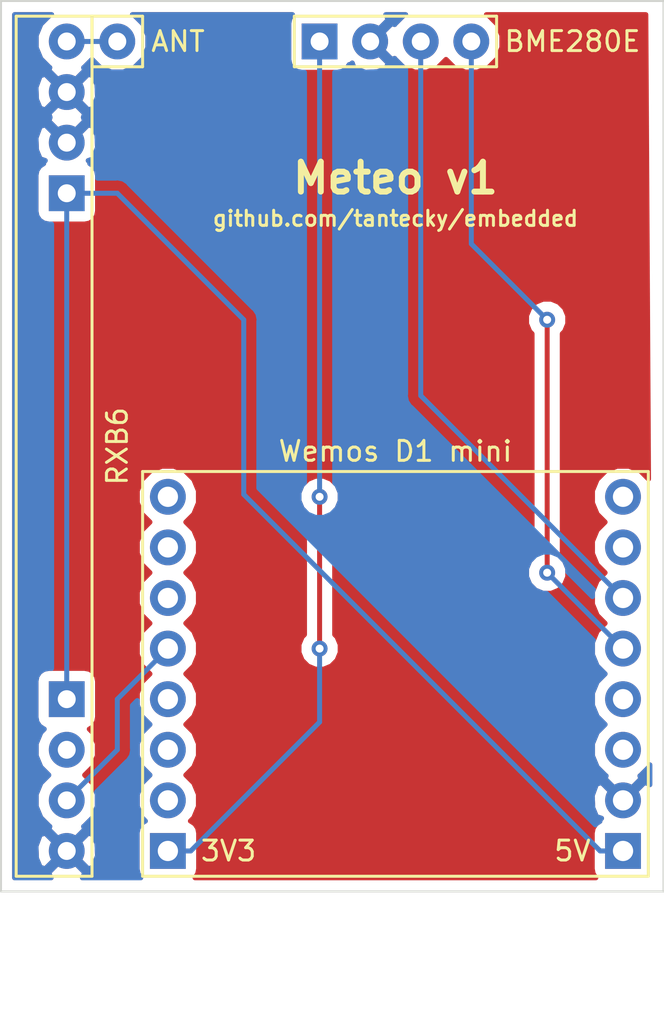
<source format=kicad_pcb>
(kicad_pcb (version 20171130) (host pcbnew 5.0.0-fee4fd1~66~ubuntu16.04.1)

  (general
    (thickness 1.6)
    (drawings 6)
    (tracks 26)
    (zones 0)
    (modules 4)
    (nets 19)
  )

  (page A4)
  (layers
    (0 F.Cu signal)
    (31 B.Cu signal)
    (32 B.Adhes user)
    (33 F.Adhes user)
    (34 B.Paste user)
    (35 F.Paste user)
    (36 B.SilkS user)
    (37 F.SilkS user)
    (38 B.Mask user)
    (39 F.Mask user)
    (40 Dwgs.User user)
    (41 Cmts.User user)
    (42 Eco1.User user)
    (43 Eco2.User user)
    (44 Edge.Cuts user)
    (45 Margin user)
    (46 B.CrtYd user)
    (47 F.CrtYd user)
    (48 B.Fab user)
    (49 F.Fab user hide)
  )

  (setup
    (last_trace_width 0.25)
    (trace_clearance 0.25)
    (zone_clearance 0.508)
    (zone_45_only no)
    (trace_min 0.25)
    (segment_width 0.2)
    (edge_width 0.1)
    (via_size 0.8)
    (via_drill 0.4)
    (via_min_size 0.8)
    (via_min_drill 0.4)
    (uvia_size 0.3)
    (uvia_drill 0.1)
    (uvias_allowed no)
    (uvia_min_size 0.2)
    (uvia_min_drill 0.1)
    (pcb_text_width 0.3)
    (pcb_text_size 1.5 1.5)
    (mod_edge_width 0.15)
    (mod_text_size 1 1)
    (mod_text_width 0.15)
    (pad_size 1.5 1.5)
    (pad_drill 0.6)
    (pad_to_mask_clearance 0)
    (aux_axis_origin 0 0)
    (visible_elements FFFFFF7F)
    (pcbplotparams
      (layerselection 0x010f0_ffffffff)
      (usegerberextensions false)
      (usegerberattributes false)
      (usegerberadvancedattributes false)
      (creategerberjobfile false)
      (excludeedgelayer true)
      (linewidth 0.100000)
      (plotframeref false)
      (viasonmask false)
      (mode 1)
      (useauxorigin false)
      (hpglpennumber 1)
      (hpglpenspeed 20)
      (hpglpendiameter 15.000000)
      (psnegative false)
      (psa4output false)
      (plotreference true)
      (plotvalue true)
      (plotinvisibletext false)
      (padsonsilk false)
      (subtractmaskfromsilk false)
      (outputformat 1)
      (mirror false)
      (drillshape 0)
      (scaleselection 1)
      (outputdirectory "gerbs/"))
  )

  (net 0 "")
  (net 1 "Net-(AE1-Pad1)")
  (net 2 "Net-(U1-Pad9)")
  (net 3 "Net-(U1-Pad10)")
  (net 4 "Net-(U1-Pad11)")
  (net 5 "Net-(U1-Pad12)")
  (net 6 "Net-(U1-Pad13)")
  (net 7 "Net-(U1-Pad14)")
  (net 8 "Net-(U1-Pad15)")
  (net 9 "Net-(U1-Pad16)")
  (net 10 "Net-(U1-Pad1)")
  (net 11 GND)
  (net 12 "Net-(U1-Pad3)")
  (net 13 "Net-(U1-Pad4)")
  (net 14 "Net-(U1-Pad5)")
  (net 15 "Net-(U1-Pad6)")
  (net 16 "Net-(U1-Pad7)")
  (net 17 "Net-(U1-Pad8)")
  (net 18 "Net-(U2-Pad3)")

  (net_class Default "This is the default net class."
    (clearance 0.25)
    (trace_width 0.25)
    (via_dia 0.8)
    (via_drill 0.4)
    (uvia_dia 0.3)
    (uvia_drill 0.1)
    (diff_pair_gap 0.25)
    (diff_pair_width 0.25)
    (add_net GND)
    (add_net "Net-(AE1-Pad1)")
    (add_net "Net-(U1-Pad1)")
    (add_net "Net-(U1-Pad10)")
    (add_net "Net-(U1-Pad11)")
    (add_net "Net-(U1-Pad12)")
    (add_net "Net-(U1-Pad13)")
    (add_net "Net-(U1-Pad14)")
    (add_net "Net-(U1-Pad15)")
    (add_net "Net-(U1-Pad16)")
    (add_net "Net-(U1-Pad3)")
    (add_net "Net-(U1-Pad4)")
    (add_net "Net-(U1-Pad5)")
    (add_net "Net-(U1-Pad6)")
    (add_net "Net-(U1-Pad7)")
    (add_net "Net-(U1-Pad8)")
    (add_net "Net-(U1-Pad9)")
    (add_net "Net-(U2-Pad3)")
  )

  (module meteo:antenna (layer F.Cu) (tedit 5B937070) (tstamp 5BB63F6E)
    (at 139.7 107.95)
    (path /5B937B35)
    (fp_text reference ANT (at 3.048 0) (layer F.SilkS)
      (effects (font (size 1 1) (thickness 0.15)))
    )
    (fp_text value Antenna (at 0 -2.54) (layer F.Fab)
      (effects (font (size 1 1) (thickness 0.15)))
    )
    (fp_line (start -1.27 1.27) (end -1.27 -1.27) (layer F.SilkS) (width 0.15))
    (fp_line (start 1.27 1.27) (end -1.27 1.27) (layer F.SilkS) (width 0.15))
    (fp_line (start 1.27 -1.27) (end 1.27 1.27) (layer F.SilkS) (width 0.15))
    (fp_line (start -1.27 -1.27) (end 1.27 -1.27) (layer F.SilkS) (width 0.15))
    (pad 1 thru_hole circle (at 0 0) (size 1.8 1.8) (drill 0.9) (layers *.Cu *.Mask)
      (net 1 "Net-(AE1-Pad1)"))
  )

  (module meteo:d1 (layer F.Cu) (tedit 5B937491) (tstamp 5B9429C8)
    (at 153.67 140.97)
    (path /5B8F7132)
    (fp_text reference "Wemos D1 mini" (at 0 -12.446) (layer F.SilkS)
      (effects (font (size 1 1) (thickness 0.15)))
    )
    (fp_text value WeMos_mini (at 0 -20.32) (layer F.Fab)
      (effects (font (size 1 1) (thickness 0.15)))
    )
    (fp_text user 3V3 (at -8.382 7.62) (layer F.SilkS)
      (effects (font (size 1 1) (thickness 0.15)))
    )
    (fp_line (start -12.7 8.89) (end 12.7 8.89) (layer F.SilkS) (width 0.15))
    (fp_line (start -12.7 -11.43) (end -12.7 8.89) (layer F.SilkS) (width 0.15))
    (fp_line (start 12.7 -11.43) (end -12.7 -11.43) (layer F.SilkS) (width 0.15))
    (fp_line (start 12.7 8.89) (end 12.7 -11.43) (layer F.SilkS) (width 0.15))
    (fp_text user 5V (at 8.89 7.62) (layer F.SilkS)
      (effects (font (size 1 1) (thickness 0.15)))
    )
    (fp_line (start -10.817472 16.277228) (end -5.00618 16.277228) (layer F.Fab) (width 0.1))
    (fp_line (start 3.849397 16.202736) (end 12.930193 16.176658) (layer F.Fab) (width 0.1))
    (fp_line (start 12.930193 16.176658) (end 12.916195 -14.993493) (layer F.Fab) (width 0.1))
    (fp_line (start -9.607453 -18.162976) (end 9.43046 -18.191734) (layer F.Fab) (width 0.1))
    (fp_line (start -12.751078 -14.091807) (end -12.776026 8.463285) (layer F.Fab) (width 0.1))
    (pad 8 thru_hole circle (at 11.43 -10.16) (size 1.8 1.8) (drill 1.016) (layers *.Cu *.Mask)
      (net 17 "Net-(U1-Pad8)"))
    (pad 7 thru_hole circle (at 11.43 -7.62) (size 1.8 1.8) (drill 1.016) (layers *.Cu *.Mask)
      (net 16 "Net-(U1-Pad7)"))
    (pad 6 thru_hole circle (at 11.43 -5.08) (size 1.8 1.8) (drill 1.016) (layers *.Cu *.Mask)
      (net 15 "Net-(U1-Pad6)"))
    (pad 5 thru_hole circle (at 11.43 -2.54) (size 1.8 1.8) (drill 1.016) (layers *.Cu *.Mask)
      (net 14 "Net-(U1-Pad5)"))
    (pad 4 thru_hole circle (at 11.43 0) (size 1.8 1.8) (drill 1.016) (layers *.Cu *.Mask)
      (net 13 "Net-(U1-Pad4)"))
    (pad 3 thru_hole circle (at 11.43 2.54) (size 1.8 1.8) (drill 1.016) (layers *.Cu *.Mask)
      (net 12 "Net-(U1-Pad3)"))
    (pad 2 thru_hole circle (at 11.43 5.08) (size 1.8 1.8) (drill 1.016) (layers *.Cu *.Mask)
      (net 11 GND))
    (pad 1 thru_hole rect (at 11.43 7.62) (size 1.8 1.8) (drill 1.016) (layers *.Cu *.Mask)
      (net 10 "Net-(U1-Pad1)"))
    (pad 16 thru_hole rect (at -11.43 7.62) (size 1.8 1.8) (drill 1.016) (layers *.Cu *.Mask)
      (net 9 "Net-(U1-Pad16)"))
    (pad 15 thru_hole circle (at -11.43 5.08) (size 1.8 1.8) (drill 1.016) (layers *.Cu *.Mask)
      (net 8 "Net-(U1-Pad15)"))
    (pad 14 thru_hole circle (at -11.43 2.54) (size 1.8 1.8) (drill 1.016) (layers *.Cu *.Mask)
      (net 7 "Net-(U1-Pad14)"))
    (pad 13 thru_hole circle (at -11.43 0) (size 1.8 1.8) (drill 1.016) (layers *.Cu *.Mask)
      (net 6 "Net-(U1-Pad13)"))
    (pad 12 thru_hole circle (at -11.43 -2.54) (size 1.8 1.8) (drill 1.016) (layers *.Cu *.Mask)
      (net 5 "Net-(U1-Pad12)"))
    (pad 11 thru_hole circle (at -11.43 -5.08) (size 1.8 1.8) (drill 1.016) (layers *.Cu *.Mask)
      (net 4 "Net-(U1-Pad11)"))
    (pad 10 thru_hole circle (at -11.43 -7.62) (size 1.8 1.8) (drill 1.016) (layers *.Cu *.Mask)
      (net 3 "Net-(U1-Pad10)"))
    (pad 9 thru_hole circle (at -11.43 -10.16) (size 1.8 1.8) (drill 1.016) (layers *.Cu *.Mask)
      (net 2 "Net-(U1-Pad9)"))
  )

  (module meteo:rxb (layer F.Cu) (tedit 5B937A55) (tstamp 5BB63F9E)
    (at 137.16 128.27 90)
    (path /5B92512B)
    (fp_text reference RXB6 (at 0 2.54 90) (layer F.SilkS)
      (effects (font (size 1 1) (thickness 0.15)))
    )
    (fp_text value rxb (at 0 -5.08 90) (layer F.Fab)
      (effects (font (size 1 1) (thickness 0.15)))
    )
    (fp_line (start 21.59 -2.54) (end -21.59 -2.54) (layer F.SilkS) (width 0.15))
    (fp_line (start 21.59 1.27) (end 21.59 -2.54) (layer F.SilkS) (width 0.15))
    (fp_line (start -21.59 1.27) (end 21.59 1.27) (layer F.SilkS) (width 0.15))
    (fp_line (start -21.59 -2.54) (end -21.59 1.27) (layer F.SilkS) (width 0.15))
    (pad 8 thru_hole circle (at 20.32 0 90) (size 1.8 1.8) (drill 0.9) (layers *.Cu *.Mask)
      (net 1 "Net-(AE1-Pad1)"))
    (pad 7 thru_hole circle (at 17.78 0 90) (size 1.8 1.8) (drill 0.9) (layers *.Cu *.Mask)
      (net 11 GND))
    (pad 6 thru_hole circle (at 15.24 0 90) (size 1.8 1.8) (drill 0.9) (layers *.Cu *.Mask)
      (net 11 GND))
    (pad 5 thru_hole rect (at 12.7 0 90) (size 1.8 1.8) (drill 0.9) (layers *.Cu *.Mask)
      (net 10 "Net-(U1-Pad1)"))
    (pad 4 thru_hole rect (at -12.7 0 90) (size 1.8 1.8) (drill 0.9) (layers *.Cu *.Mask)
      (net 10 "Net-(U1-Pad1)"))
    (pad 3 thru_hole circle (at -15.24 0 90) (size 1.8 1.8) (drill 0.9) (layers *.Cu *.Mask)
      (net 18 "Net-(U2-Pad3)"))
    (pad 2 thru_hole circle (at -17.78 0 90) (size 1.8 1.8) (drill 0.9) (layers *.Cu *.Mask)
      (net 5 "Net-(U1-Pad12)"))
    (pad 1 thru_hole circle (at -20.32 0 90) (size 1.8 1.8) (drill 0.9) (layers *.Cu *.Mask)
      (net 11 GND))
  )

  (module meteo:bme280pcb (layer F.Cu) (tedit 5B941DC7) (tstamp 5BB64121)
    (at 153.67 107.95)
    (path /5B93D7F1)
    (fp_text reference BME280E (at 8.89 0) (layer F.SilkS)
      (effects (font (size 1 1) (thickness 0.15)))
    )
    (fp_text value bme280pbc (at 0 -2.54) (layer F.Fab)
      (effects (font (size 1 1) (thickness 0.15)))
    )
    (fp_line (start -5.08 -1.27) (end 5.08 -1.27) (layer F.SilkS) (width 0.15))
    (fp_line (start 5.08 -1.27) (end 5.08 1.27) (layer F.SilkS) (width 0.15))
    (fp_line (start 5.08 1.27) (end -5.08 1.27) (layer F.SilkS) (width 0.15))
    (fp_line (start -5.08 1.27) (end -5.08 -1.27) (layer F.SilkS) (width 0.15))
    (pad 4 thru_hole circle (at 3.81 0) (size 1.8 1.8) (drill 0.9) (layers *.Cu *.Mask)
      (net 14 "Net-(U1-Pad5)"))
    (pad 3 thru_hole circle (at 1.27 0) (size 1.8 1.8) (drill 0.9) (layers *.Cu *.Mask)
      (net 15 "Net-(U1-Pad6)"))
    (pad 2 thru_hole circle (at -1.27 0) (size 1.8 1.8) (drill 0.9) (layers *.Cu *.Mask)
      (net 11 GND))
    (pad 1 thru_hole rect (at -3.81 0) (size 1.8 1.8) (drill 0.9) (layers *.Cu *.Mask)
      (net 9 "Net-(U1-Pad16)"))
  )

  (gr_text github.com/tantecky/embedded (at 153.67 116.84) (layer F.SilkS) (tstamp 5B942A34)
    (effects (font (size 0.76 0.76) (thickness 0.15)))
  )
  (gr_text "Meteo v1" (at 153.67 114.808) (layer F.SilkS) (tstamp 5BB64D63)
    (effects (font (size 1.5 1.5) (thickness 0.3)))
  )
  (gr_line (start 133.858 105.918) (end 133.858 150.622) (layer Edge.Cuts) (width 0.1))
  (gr_line (start 167.132 105.918) (end 133.858 105.918) (layer Edge.Cuts) (width 0.1) (tstamp 5B941EBA))
  (gr_line (start 167.132 150.622) (end 167.132 105.918) (layer Edge.Cuts) (width 0.1) (tstamp 5B941DE1))
  (gr_line (start 133.858 150.622) (end 167.132 150.622) (layer Edge.Cuts) (width 0.1))

  (segment (start 137.16 107.95) (end 139.7 107.95) (width 0.25) (layer B.Cu) (net 1))
  (segment (start 139.7 140.97) (end 142.24 138.43) (width 0.25) (layer B.Cu) (net 5))
  (segment (start 139.7 143.51) (end 139.7 140.97) (width 0.25) (layer B.Cu) (net 5))
  (segment (start 137.16 146.05) (end 139.7 143.51) (width 0.25) (layer B.Cu) (net 5))
  (via (at 149.86 138.43) (size 0.8) (drill 0.4) (layers F.Cu B.Cu) (net 9))
  (segment (start 149.86 142.12) (end 149.86 138.43) (width 0.25) (layer B.Cu) (net 9))
  (segment (start 143.39 148.59) (end 149.86 142.12) (width 0.25) (layer B.Cu) (net 9))
  (segment (start 142.24 148.59) (end 143.39 148.59) (width 0.25) (layer B.Cu) (net 9))
  (segment (start 149.86 138.43) (end 149.86 130.81) (width 0.25) (layer F.Cu) (net 9))
  (segment (start 149.86 130.81) (end 149.86 130.81) (width 0.25) (layer F.Cu) (net 9) (tstamp 5B94A619))
  (via (at 149.86 130.81) (size 0.8) (drill 0.4) (layers F.Cu B.Cu) (net 9))
  (segment (start 149.86 107.95) (end 149.86 130.81) (width 0.25) (layer B.Cu) (net 9))
  (segment (start 137.16 140.97) (end 137.16 115.57) (width 0.25) (layer B.Cu) (net 10))
  (segment (start 165.1 148.59) (end 163.95 148.59) (width 0.25) (layer B.Cu) (net 10))
  (segment (start 163.95 148.59) (end 146.05 130.69) (width 0.25) (layer B.Cu) (net 10))
  (segment (start 146.05 130.69) (end 146.05 121.92) (width 0.25) (layer B.Cu) (net 10))
  (segment (start 139.7 115.57) (end 137.16 115.57) (width 0.25) (layer B.Cu) (net 10))
  (segment (start 146.05 121.92) (end 139.7 115.57) (width 0.25) (layer B.Cu) (net 10))
  (segment (start 165.1 138.43) (end 161.29 134.62) (width 0.25) (layer B.Cu) (net 14))
  (via (at 161.29 134.62) (size 0.8) (drill 0.4) (layers F.Cu B.Cu) (net 14))
  (segment (start 161.29 134.62) (end 161.29 121.92) (width 0.25) (layer F.Cu) (net 14))
  (segment (start 157.48 118.11) (end 157.48 107.95) (width 0.25) (layer B.Cu) (net 14))
  (segment (start 161.29 121.92) (end 157.48 118.11) (width 0.25) (layer B.Cu) (net 14))
  (via (at 161.29 121.92) (size 0.8) (drill 0.4) (layers F.Cu B.Cu) (net 14))
  (segment (start 154.94 125.73) (end 154.94 107.95) (width 0.25) (layer B.Cu) (net 15))
  (segment (start 165.1 135.89) (end 154.94 125.73) (width 0.25) (layer B.Cu) (net 15))

  (zone (net 11) (net_name GND) (layer B.Cu) (tstamp 5B94BDA2) (hatch edge 0.508)
    (connect_pads (clearance 0.508))
    (min_thickness 0.254)
    (fill yes (arc_segments 16) (thermal_gap 0.508) (thermal_bridge_width 0.508))
    (polygon
      (pts
        (xy 166.624 150.114) (xy 166.37 106.426) (xy 134.366 106.426) (xy 134.366 150.114)
      )
    )
    (filled_polygon
      (pts
        (xy 136.290493 106.64869) (xy 135.85869 107.080493) (xy 135.625 107.64467) (xy 135.625 108.25533) (xy 135.85869 108.819507)
        (xy 136.290493 109.25131) (xy 136.310115 109.259438) (xy 136.259446 109.409841) (xy 137.16 110.310395) (xy 138.060554 109.409841)
        (xy 138.009885 109.259438) (xy 138.029507 109.25131) (xy 138.43 108.850817) (xy 138.830493 109.25131) (xy 139.39467 109.485)
        (xy 140.00533 109.485) (xy 140.569507 109.25131) (xy 141.00131 108.819507) (xy 141.235 108.25533) (xy 141.235 107.64467)
        (xy 141.00131 107.080493) (xy 140.569507 106.64869) (xy 140.459202 106.603) (xy 148.494969 106.603) (xy 148.361843 106.802235)
        (xy 148.31256 107.05) (xy 148.31256 108.85) (xy 148.361843 109.097765) (xy 148.502191 109.307809) (xy 148.712235 109.448157)
        (xy 148.96 109.49744) (xy 149.1 109.49744) (xy 149.100001 130.106288) (xy 148.982569 130.22372) (xy 148.825 130.604126)
        (xy 148.825 131.015874) (xy 148.982569 131.39628) (xy 149.27372 131.687431) (xy 149.654126 131.845) (xy 150.065874 131.845)
        (xy 150.44628 131.687431) (xy 150.737431 131.39628) (xy 150.895 131.015874) (xy 150.895 130.604126) (xy 150.737431 130.22372)
        (xy 150.62 130.106289) (xy 150.62 109.49744) (xy 150.76 109.49744) (xy 151.007765 109.448157) (xy 151.217809 109.307809)
        (xy 151.350058 109.109886) (xy 151.38489 109.144718) (xy 151.499447 109.030161) (xy 151.585852 109.286643) (xy 152.159336 109.496458)
        (xy 152.76946 109.470839) (xy 153.214148 109.286643) (xy 153.300554 109.030159) (xy 152.4 108.129605) (xy 152.385858 108.143748)
        (xy 152.206253 107.964143) (xy 152.220395 107.95) (xy 152.206253 107.935858) (xy 152.385858 107.756253) (xy 152.4 107.770395)
        (xy 153.300554 106.869841) (xy 153.214148 106.613357) (xy 153.185839 106.603) (xy 154.180798 106.603) (xy 154.070493 106.64869)
        (xy 153.63869 107.080493) (xy 153.630562 107.100115) (xy 153.480159 107.049446) (xy 152.579605 107.95) (xy 153.480159 108.850554)
        (xy 153.630562 108.799885) (xy 153.63869 108.819507) (xy 154.070493 109.25131) (xy 154.180001 109.29667) (xy 154.18 125.655153)
        (xy 154.165112 125.73) (xy 154.18 125.804847) (xy 154.18 125.804851) (xy 154.224096 126.026536) (xy 154.392071 126.277929)
        (xy 154.45553 126.320331) (xy 163.61036 135.475162) (xy 163.565 135.58467) (xy 163.565 135.820199) (xy 162.325 134.580199)
        (xy 162.325 134.414126) (xy 162.167431 134.03372) (xy 161.87628 133.742569) (xy 161.495874 133.585) (xy 161.084126 133.585)
        (xy 160.70372 133.742569) (xy 160.412569 134.03372) (xy 160.255 134.414126) (xy 160.255 134.825874) (xy 160.412569 135.20628)
        (xy 160.70372 135.497431) (xy 161.084126 135.655) (xy 161.250199 135.655) (xy 163.61036 138.015162) (xy 163.565 138.12467)
        (xy 163.565 138.73533) (xy 163.79869 139.299507) (xy 164.199183 139.7) (xy 163.79869 140.100493) (xy 163.565 140.66467)
        (xy 163.565 141.27533) (xy 163.79869 141.839507) (xy 164.199183 142.24) (xy 163.79869 142.640493) (xy 163.565 143.20467)
        (xy 163.565 143.81533) (xy 163.79869 144.379507) (xy 164.230493 144.81131) (xy 164.250115 144.819438) (xy 164.199446 144.969841)
        (xy 165.1 145.870395) (xy 166.000554 144.969841) (xy 165.949885 144.819438) (xy 165.969507 144.81131) (xy 166.40131 144.379507)
        (xy 166.447 144.269201) (xy 166.447 145.260856) (xy 166.436643 145.235852) (xy 166.180159 145.149446) (xy 165.279605 146.05)
        (xy 165.293748 146.064143) (xy 165.114143 146.243748) (xy 165.1 146.229605) (xy 165.085858 146.243748) (xy 164.906253 146.064143)
        (xy 164.920395 146.05) (xy 164.019841 145.149446) (xy 163.763357 145.235852) (xy 163.553542 145.809336) (xy 163.579161 146.41946)
        (xy 163.763357 146.864148) (xy 164.019839 146.950553) (xy 163.905282 147.06511) (xy 163.940114 147.099942) (xy 163.742191 147.232191)
        (xy 163.712071 147.277269) (xy 146.81 130.375199) (xy 146.81 121.994846) (xy 146.824888 121.919999) (xy 146.81 121.845152)
        (xy 146.81 121.845148) (xy 146.765904 121.623463) (xy 146.597929 121.372071) (xy 146.534473 121.329671) (xy 140.290331 115.08553)
        (xy 140.247929 115.022071) (xy 139.996537 114.854096) (xy 139.774852 114.81) (xy 139.774847 114.81) (xy 139.7 114.795112)
        (xy 139.625153 114.81) (xy 138.70744 114.81) (xy 138.70744 114.67) (xy 138.658157 114.422235) (xy 138.517809 114.212191)
        (xy 138.319886 114.079942) (xy 138.354718 114.04511) (xy 138.240161 113.930553) (xy 138.496643 113.844148) (xy 138.706458 113.270664)
        (xy 138.680839 112.66054) (xy 138.496643 112.215852) (xy 138.240159 112.129446) (xy 137.339605 113.03) (xy 137.353748 113.044143)
        (xy 137.174143 113.223748) (xy 137.16 113.209605) (xy 137.145858 113.223748) (xy 136.966253 113.044143) (xy 136.980395 113.03)
        (xy 136.079841 112.129446) (xy 135.823357 112.215852) (xy 135.613542 112.789336) (xy 135.639161 113.39946) (xy 135.823357 113.844148)
        (xy 136.079839 113.930553) (xy 135.965282 114.04511) (xy 136.000114 114.079942) (xy 135.802191 114.212191) (xy 135.661843 114.422235)
        (xy 135.61256 114.67) (xy 135.61256 116.47) (xy 135.661843 116.717765) (xy 135.802191 116.927809) (xy 136.012235 117.068157)
        (xy 136.26 117.11744) (xy 136.400001 117.11744) (xy 136.4 139.42256) (xy 136.26 139.42256) (xy 136.012235 139.471843)
        (xy 135.802191 139.612191) (xy 135.661843 139.822235) (xy 135.61256 140.07) (xy 135.61256 141.87) (xy 135.661843 142.117765)
        (xy 135.802191 142.327809) (xy 136.012235 142.468157) (xy 136.027908 142.471275) (xy 135.85869 142.640493) (xy 135.625 143.20467)
        (xy 135.625 143.81533) (xy 135.85869 144.379507) (xy 136.259183 144.78) (xy 135.85869 145.180493) (xy 135.625 145.74467)
        (xy 135.625 146.35533) (xy 135.85869 146.919507) (xy 136.290493 147.35131) (xy 136.310115 147.359438) (xy 136.259446 147.509841)
        (xy 137.16 148.410395) (xy 138.060554 147.509841) (xy 138.009885 147.359438) (xy 138.029507 147.35131) (xy 138.46131 146.919507)
        (xy 138.695 146.35533) (xy 138.695 145.74467) (xy 138.64964 145.635162) (xy 140.184476 144.100327) (xy 140.247929 144.057929)
        (xy 140.290327 143.994476) (xy 140.290329 143.994474) (xy 140.374102 143.869098) (xy 140.415904 143.806537) (xy 140.46 143.584852)
        (xy 140.46 143.584848) (xy 140.474888 143.510001) (xy 140.46 143.435154) (xy 140.46 141.284801) (xy 140.705 141.039801)
        (xy 140.705 141.27533) (xy 140.93869 141.839507) (xy 141.339183 142.24) (xy 140.93869 142.640493) (xy 140.705 143.20467)
        (xy 140.705 143.81533) (xy 140.93869 144.379507) (xy 141.339183 144.78) (xy 140.93869 145.180493) (xy 140.705 145.74467)
        (xy 140.705 146.35533) (xy 140.93869 146.919507) (xy 141.107908 147.088725) (xy 141.092235 147.091843) (xy 140.882191 147.232191)
        (xy 140.741843 147.442235) (xy 140.69256 147.69) (xy 140.69256 149.49) (xy 140.741843 149.737765) (xy 140.874969 149.937)
        (xy 137.949144 149.937) (xy 137.974148 149.926643) (xy 138.060554 149.670159) (xy 137.16 148.769605) (xy 136.259446 149.670159)
        (xy 136.345852 149.926643) (xy 136.374161 149.937) (xy 134.543 149.937) (xy 134.543 148.349336) (xy 135.613542 148.349336)
        (xy 135.639161 148.95946) (xy 135.823357 149.404148) (xy 136.079841 149.490554) (xy 136.980395 148.59) (xy 137.339605 148.59)
        (xy 138.240159 149.490554) (xy 138.496643 149.404148) (xy 138.706458 148.830664) (xy 138.680839 148.22054) (xy 138.496643 147.775852)
        (xy 138.240159 147.689446) (xy 137.339605 148.59) (xy 136.980395 148.59) (xy 136.079841 147.689446) (xy 135.823357 147.775852)
        (xy 135.613542 148.349336) (xy 134.543 148.349336) (xy 134.543 111.570159) (xy 136.259446 111.570159) (xy 136.323401 111.76)
        (xy 136.259446 111.949841) (xy 137.16 112.850395) (xy 138.060554 111.949841) (xy 137.996599 111.76) (xy 138.060554 111.570159)
        (xy 137.16 110.669605) (xy 136.259446 111.570159) (xy 134.543 111.570159) (xy 134.543 110.249336) (xy 135.613542 110.249336)
        (xy 135.639161 110.85946) (xy 135.823357 111.304148) (xy 136.079841 111.390554) (xy 136.980395 110.49) (xy 137.339605 110.49)
        (xy 138.240159 111.390554) (xy 138.496643 111.304148) (xy 138.706458 110.730664) (xy 138.680839 110.12054) (xy 138.496643 109.675852)
        (xy 138.240159 109.589446) (xy 137.339605 110.49) (xy 136.980395 110.49) (xy 136.079841 109.589446) (xy 135.823357 109.675852)
        (xy 135.613542 110.249336) (xy 134.543 110.249336) (xy 134.543 106.603) (xy 136.400798 106.603)
      )
    )
  )
  (zone (net 11) (net_name GND) (layer F.Cu) (tstamp 5B94BD9F) (hatch edge 0.508)
    (connect_pads (clearance 0.508))
    (min_thickness 0.254)
    (fill yes (arc_segments 16) (thermal_gap 0.508) (thermal_bridge_width 0.508))
    (polygon
      (pts
        (xy 166.624 150.114) (xy 166.37 106.426) (xy 134.366 106.426) (xy 134.366 150.114)
      )
    )
    (filled_polygon
      (pts
        (xy 136.290493 106.64869) (xy 135.85869 107.080493) (xy 135.625 107.64467) (xy 135.625 108.25533) (xy 135.85869 108.819507)
        (xy 136.290493 109.25131) (xy 136.310115 109.259438) (xy 136.259446 109.409841) (xy 137.16 110.310395) (xy 138.060554 109.409841)
        (xy 138.009885 109.259438) (xy 138.029507 109.25131) (xy 138.43 108.850817) (xy 138.830493 109.25131) (xy 139.39467 109.485)
        (xy 140.00533 109.485) (xy 140.569507 109.25131) (xy 141.00131 108.819507) (xy 141.235 108.25533) (xy 141.235 107.64467)
        (xy 141.00131 107.080493) (xy 140.569507 106.64869) (xy 140.459202 106.603) (xy 148.494969 106.603) (xy 148.361843 106.802235)
        (xy 148.31256 107.05) (xy 148.31256 108.85) (xy 148.361843 109.097765) (xy 148.502191 109.307809) (xy 148.712235 109.448157)
        (xy 148.96 109.49744) (xy 150.76 109.49744) (xy 151.007765 109.448157) (xy 151.217809 109.307809) (xy 151.350058 109.109886)
        (xy 151.38489 109.144718) (xy 151.499447 109.030161) (xy 151.585852 109.286643) (xy 152.159336 109.496458) (xy 152.76946 109.470839)
        (xy 153.214148 109.286643) (xy 153.300554 109.030159) (xy 152.4 108.129605) (xy 152.385858 108.143748) (xy 152.206253 107.964143)
        (xy 152.220395 107.95) (xy 152.206253 107.935858) (xy 152.385858 107.756253) (xy 152.4 107.770395) (xy 153.300554 106.869841)
        (xy 153.214148 106.613357) (xy 153.185839 106.603) (xy 154.180798 106.603) (xy 154.070493 106.64869) (xy 153.63869 107.080493)
        (xy 153.630562 107.100115) (xy 153.480159 107.049446) (xy 152.579605 107.95) (xy 153.480159 108.850554) (xy 153.630562 108.799885)
        (xy 153.63869 108.819507) (xy 154.070493 109.25131) (xy 154.63467 109.485) (xy 155.24533 109.485) (xy 155.809507 109.25131)
        (xy 156.21 108.850817) (xy 156.610493 109.25131) (xy 157.17467 109.485) (xy 157.78533 109.485) (xy 158.349507 109.25131)
        (xy 158.78131 108.819507) (xy 159.015 108.25533) (xy 159.015 107.64467) (xy 158.78131 107.080493) (xy 158.349507 106.64869)
        (xy 158.239202 106.603) (xy 166.244027 106.603) (xy 166.379583 129.918766) (xy 165.969507 129.50869) (xy 165.40533 129.275)
        (xy 164.79467 129.275) (xy 164.230493 129.50869) (xy 163.79869 129.940493) (xy 163.565 130.50467) (xy 163.565 131.11533)
        (xy 163.79869 131.679507) (xy 164.199183 132.08) (xy 163.79869 132.480493) (xy 163.565 133.04467) (xy 163.565 133.65533)
        (xy 163.79869 134.219507) (xy 164.199183 134.62) (xy 163.79869 135.020493) (xy 163.565 135.58467) (xy 163.565 136.19533)
        (xy 163.79869 136.759507) (xy 164.199183 137.16) (xy 163.79869 137.560493) (xy 163.565 138.12467) (xy 163.565 138.73533)
        (xy 163.79869 139.299507) (xy 164.199183 139.7) (xy 163.79869 140.100493) (xy 163.565 140.66467) (xy 163.565 141.27533)
        (xy 163.79869 141.839507) (xy 164.199183 142.24) (xy 163.79869 142.640493) (xy 163.565 143.20467) (xy 163.565 143.81533)
        (xy 163.79869 144.379507) (xy 164.230493 144.81131) (xy 164.250115 144.819438) (xy 164.199446 144.969841) (xy 165.1 145.870395)
        (xy 166.000554 144.969841) (xy 165.949885 144.819438) (xy 165.969507 144.81131) (xy 166.40131 144.379507) (xy 166.447 144.269201)
        (xy 166.447 145.260856) (xy 166.436643 145.235852) (xy 166.180159 145.149446) (xy 165.279605 146.05) (xy 165.293748 146.064143)
        (xy 165.114143 146.243748) (xy 165.1 146.229605) (xy 165.085858 146.243748) (xy 164.906253 146.064143) (xy 164.920395 146.05)
        (xy 164.019841 145.149446) (xy 163.763357 145.235852) (xy 163.553542 145.809336) (xy 163.579161 146.41946) (xy 163.763357 146.864148)
        (xy 164.019839 146.950553) (xy 163.905282 147.06511) (xy 163.940114 147.099942) (xy 163.742191 147.232191) (xy 163.601843 147.442235)
        (xy 163.55256 147.69) (xy 163.55256 149.49) (xy 163.601843 149.737765) (xy 163.734969 149.937) (xy 143.605031 149.937)
        (xy 143.738157 149.737765) (xy 143.78744 149.49) (xy 143.78744 147.69) (xy 143.738157 147.442235) (xy 143.597809 147.232191)
        (xy 143.387765 147.091843) (xy 143.372092 147.088725) (xy 143.54131 146.919507) (xy 143.775 146.35533) (xy 143.775 145.74467)
        (xy 143.54131 145.180493) (xy 143.140817 144.78) (xy 143.54131 144.379507) (xy 143.775 143.81533) (xy 143.775 143.20467)
        (xy 143.54131 142.640493) (xy 143.140817 142.24) (xy 143.54131 141.839507) (xy 143.775 141.27533) (xy 143.775 140.66467)
        (xy 143.54131 140.100493) (xy 143.140817 139.7) (xy 143.54131 139.299507) (xy 143.775 138.73533) (xy 143.775 138.12467)
        (xy 143.54131 137.560493) (xy 143.140817 137.16) (xy 143.54131 136.759507) (xy 143.775 136.19533) (xy 143.775 135.58467)
        (xy 143.54131 135.020493) (xy 143.140817 134.62) (xy 143.54131 134.219507) (xy 143.775 133.65533) (xy 143.775 133.04467)
        (xy 143.54131 132.480493) (xy 143.140817 132.08) (xy 143.54131 131.679507) (xy 143.775 131.11533) (xy 143.775 130.604126)
        (xy 148.825 130.604126) (xy 148.825 131.015874) (xy 148.982569 131.39628) (xy 149.100001 131.513712) (xy 149.1 137.726289)
        (xy 148.982569 137.84372) (xy 148.825 138.224126) (xy 148.825 138.635874) (xy 148.982569 139.01628) (xy 149.27372 139.307431)
        (xy 149.654126 139.465) (xy 150.065874 139.465) (xy 150.44628 139.307431) (xy 150.737431 139.01628) (xy 150.895 138.635874)
        (xy 150.895 138.224126) (xy 150.737431 137.84372) (xy 150.62 137.726289) (xy 150.62 131.513711) (xy 150.737431 131.39628)
        (xy 150.895 131.015874) (xy 150.895 130.604126) (xy 150.737431 130.22372) (xy 150.44628 129.932569) (xy 150.065874 129.775)
        (xy 149.654126 129.775) (xy 149.27372 129.932569) (xy 148.982569 130.22372) (xy 148.825 130.604126) (xy 143.775 130.604126)
        (xy 143.775 130.50467) (xy 143.54131 129.940493) (xy 143.109507 129.50869) (xy 142.54533 129.275) (xy 141.93467 129.275)
        (xy 141.370493 129.50869) (xy 140.93869 129.940493) (xy 140.705 130.50467) (xy 140.705 131.11533) (xy 140.93869 131.679507)
        (xy 141.339183 132.08) (xy 140.93869 132.480493) (xy 140.705 133.04467) (xy 140.705 133.65533) (xy 140.93869 134.219507)
        (xy 141.339183 134.62) (xy 140.93869 135.020493) (xy 140.705 135.58467) (xy 140.705 136.19533) (xy 140.93869 136.759507)
        (xy 141.339183 137.16) (xy 140.93869 137.560493) (xy 140.705 138.12467) (xy 140.705 138.73533) (xy 140.93869 139.299507)
        (xy 141.339183 139.7) (xy 140.93869 140.100493) (xy 140.705 140.66467) (xy 140.705 141.27533) (xy 140.93869 141.839507)
        (xy 141.339183 142.24) (xy 140.93869 142.640493) (xy 140.705 143.20467) (xy 140.705 143.81533) (xy 140.93869 144.379507)
        (xy 141.339183 144.78) (xy 140.93869 145.180493) (xy 140.705 145.74467) (xy 140.705 146.35533) (xy 140.93869 146.919507)
        (xy 141.107908 147.088725) (xy 141.092235 147.091843) (xy 140.882191 147.232191) (xy 140.741843 147.442235) (xy 140.69256 147.69)
        (xy 140.69256 149.49) (xy 140.741843 149.737765) (xy 140.874969 149.937) (xy 137.949144 149.937) (xy 137.974148 149.926643)
        (xy 138.060554 149.670159) (xy 137.16 148.769605) (xy 136.259446 149.670159) (xy 136.345852 149.926643) (xy 136.374161 149.937)
        (xy 134.543 149.937) (xy 134.543 148.349336) (xy 135.613542 148.349336) (xy 135.639161 148.95946) (xy 135.823357 149.404148)
        (xy 136.079841 149.490554) (xy 136.980395 148.59) (xy 137.339605 148.59) (xy 138.240159 149.490554) (xy 138.496643 149.404148)
        (xy 138.706458 148.830664) (xy 138.680839 148.22054) (xy 138.496643 147.775852) (xy 138.240159 147.689446) (xy 137.339605 148.59)
        (xy 136.980395 148.59) (xy 136.079841 147.689446) (xy 135.823357 147.775852) (xy 135.613542 148.349336) (xy 134.543 148.349336)
        (xy 134.543 140.07) (xy 135.61256 140.07) (xy 135.61256 141.87) (xy 135.661843 142.117765) (xy 135.802191 142.327809)
        (xy 136.012235 142.468157) (xy 136.027908 142.471275) (xy 135.85869 142.640493) (xy 135.625 143.20467) (xy 135.625 143.81533)
        (xy 135.85869 144.379507) (xy 136.259183 144.78) (xy 135.85869 145.180493) (xy 135.625 145.74467) (xy 135.625 146.35533)
        (xy 135.85869 146.919507) (xy 136.290493 147.35131) (xy 136.310115 147.359438) (xy 136.259446 147.509841) (xy 137.16 148.410395)
        (xy 138.060554 147.509841) (xy 138.009885 147.359438) (xy 138.029507 147.35131) (xy 138.46131 146.919507) (xy 138.695 146.35533)
        (xy 138.695 145.74467) (xy 138.46131 145.180493) (xy 138.060817 144.78) (xy 138.46131 144.379507) (xy 138.695 143.81533)
        (xy 138.695 143.20467) (xy 138.46131 142.640493) (xy 138.292092 142.471275) (xy 138.307765 142.468157) (xy 138.517809 142.327809)
        (xy 138.658157 142.117765) (xy 138.70744 141.87) (xy 138.70744 140.07) (xy 138.658157 139.822235) (xy 138.517809 139.612191)
        (xy 138.307765 139.471843) (xy 138.06 139.42256) (xy 136.26 139.42256) (xy 136.012235 139.471843) (xy 135.802191 139.612191)
        (xy 135.661843 139.822235) (xy 135.61256 140.07) (xy 134.543 140.07) (xy 134.543 121.714126) (xy 160.255 121.714126)
        (xy 160.255 122.125874) (xy 160.412569 122.50628) (xy 160.530001 122.623712) (xy 160.53 133.916289) (xy 160.412569 134.03372)
        (xy 160.255 134.414126) (xy 160.255 134.825874) (xy 160.412569 135.20628) (xy 160.70372 135.497431) (xy 161.084126 135.655)
        (xy 161.495874 135.655) (xy 161.87628 135.497431) (xy 162.167431 135.20628) (xy 162.325 134.825874) (xy 162.325 134.414126)
        (xy 162.167431 134.03372) (xy 162.05 133.916289) (xy 162.05 122.623711) (xy 162.167431 122.50628) (xy 162.325 122.125874)
        (xy 162.325 121.714126) (xy 162.167431 121.33372) (xy 161.87628 121.042569) (xy 161.495874 120.885) (xy 161.084126 120.885)
        (xy 160.70372 121.042569) (xy 160.412569 121.33372) (xy 160.255 121.714126) (xy 134.543 121.714126) (xy 134.543 114.67)
        (xy 135.61256 114.67) (xy 135.61256 116.47) (xy 135.661843 116.717765) (xy 135.802191 116.927809) (xy 136.012235 117.068157)
        (xy 136.26 117.11744) (xy 138.06 117.11744) (xy 138.307765 117.068157) (xy 138.517809 116.927809) (xy 138.658157 116.717765)
        (xy 138.70744 116.47) (xy 138.70744 114.67) (xy 138.658157 114.422235) (xy 138.517809 114.212191) (xy 138.319886 114.079942)
        (xy 138.354718 114.04511) (xy 138.240161 113.930553) (xy 138.496643 113.844148) (xy 138.706458 113.270664) (xy 138.680839 112.66054)
        (xy 138.496643 112.215852) (xy 138.240159 112.129446) (xy 137.339605 113.03) (xy 137.353748 113.044143) (xy 137.174143 113.223748)
        (xy 137.16 113.209605) (xy 137.145858 113.223748) (xy 136.966253 113.044143) (xy 136.980395 113.03) (xy 136.079841 112.129446)
        (xy 135.823357 112.215852) (xy 135.613542 112.789336) (xy 135.639161 113.39946) (xy 135.823357 113.844148) (xy 136.079839 113.930553)
        (xy 135.965282 114.04511) (xy 136.000114 114.079942) (xy 135.802191 114.212191) (xy 135.661843 114.422235) (xy 135.61256 114.67)
        (xy 134.543 114.67) (xy 134.543 111.570159) (xy 136.259446 111.570159) (xy 136.323401 111.76) (xy 136.259446 111.949841)
        (xy 137.16 112.850395) (xy 138.060554 111.949841) (xy 137.996599 111.76) (xy 138.060554 111.570159) (xy 137.16 110.669605)
        (xy 136.259446 111.570159) (xy 134.543 111.570159) (xy 134.543 110.249336) (xy 135.613542 110.249336) (xy 135.639161 110.85946)
        (xy 135.823357 111.304148) (xy 136.079841 111.390554) (xy 136.980395 110.49) (xy 137.339605 110.49) (xy 138.240159 111.390554)
        (xy 138.496643 111.304148) (xy 138.706458 110.730664) (xy 138.680839 110.12054) (xy 138.496643 109.675852) (xy 138.240159 109.589446)
        (xy 137.339605 110.49) (xy 136.980395 110.49) (xy 136.079841 109.589446) (xy 135.823357 109.675852) (xy 135.613542 110.249336)
        (xy 134.543 110.249336) (xy 134.543 106.603) (xy 136.400798 106.603)
      )
    )
  )
)

</source>
